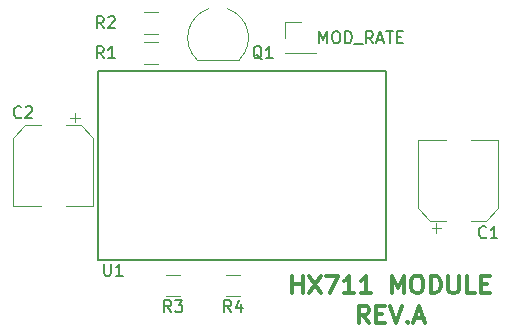
<source format=gbr>
G04 #@! TF.GenerationSoftware,KiCad,Pcbnew,5.1.5-52549c5~84~ubuntu18.04.1*
G04 #@! TF.CreationDate,2020-03-18T13:38:27+01:00*
G04 #@! TF.ProjectId,pcb_loadcell-dev-hx711,7063625f-6c6f-4616-9463-656c6c2d6465,rev?*
G04 #@! TF.SameCoordinates,Original*
G04 #@! TF.FileFunction,Legend,Top*
G04 #@! TF.FilePolarity,Positive*
%FSLAX46Y46*%
G04 Gerber Fmt 4.6, Leading zero omitted, Abs format (unit mm)*
G04 Created by KiCad (PCBNEW 5.1.5-52549c5~84~ubuntu18.04.1) date 2020-03-18 13:38:27*
%MOMM*%
%LPD*%
G04 APERTURE LIST*
%ADD10C,0.300000*%
%ADD11C,0.150000*%
%ADD12C,0.120000*%
G04 APERTURE END LIST*
D10*
X76247857Y-104183571D02*
X75747857Y-103469285D01*
X75390714Y-104183571D02*
X75390714Y-102683571D01*
X75962142Y-102683571D01*
X76105000Y-102755000D01*
X76176428Y-102826428D01*
X76247857Y-102969285D01*
X76247857Y-103183571D01*
X76176428Y-103326428D01*
X76105000Y-103397857D01*
X75962142Y-103469285D01*
X75390714Y-103469285D01*
X76890714Y-103397857D02*
X77390714Y-103397857D01*
X77605000Y-104183571D02*
X76890714Y-104183571D01*
X76890714Y-102683571D01*
X77605000Y-102683571D01*
X78033571Y-102683571D02*
X78533571Y-104183571D01*
X79033571Y-102683571D01*
X79533571Y-104040714D02*
X79605000Y-104112142D01*
X79533571Y-104183571D01*
X79462142Y-104112142D01*
X79533571Y-104040714D01*
X79533571Y-104183571D01*
X80176428Y-103755000D02*
X80890714Y-103755000D01*
X80033571Y-104183571D02*
X80533571Y-102683571D01*
X81033571Y-104183571D01*
X69783571Y-101643571D02*
X69783571Y-100143571D01*
X69783571Y-100857857D02*
X70640714Y-100857857D01*
X70640714Y-101643571D02*
X70640714Y-100143571D01*
X71212142Y-100143571D02*
X72212142Y-101643571D01*
X72212142Y-100143571D02*
X71212142Y-101643571D01*
X72640714Y-100143571D02*
X73640714Y-100143571D01*
X72997857Y-101643571D01*
X74997857Y-101643571D02*
X74140714Y-101643571D01*
X74569285Y-101643571D02*
X74569285Y-100143571D01*
X74426428Y-100357857D01*
X74283571Y-100500714D01*
X74140714Y-100572142D01*
X76426428Y-101643571D02*
X75569285Y-101643571D01*
X75997857Y-101643571D02*
X75997857Y-100143571D01*
X75855000Y-100357857D01*
X75712142Y-100500714D01*
X75569285Y-100572142D01*
X78212142Y-101643571D02*
X78212142Y-100143571D01*
X78712142Y-101215000D01*
X79212142Y-100143571D01*
X79212142Y-101643571D01*
X80212142Y-100143571D02*
X80497857Y-100143571D01*
X80640714Y-100215000D01*
X80783571Y-100357857D01*
X80855000Y-100643571D01*
X80855000Y-101143571D01*
X80783571Y-101429285D01*
X80640714Y-101572142D01*
X80497857Y-101643571D01*
X80212142Y-101643571D01*
X80069285Y-101572142D01*
X79926428Y-101429285D01*
X79855000Y-101143571D01*
X79855000Y-100643571D01*
X79926428Y-100357857D01*
X80069285Y-100215000D01*
X80212142Y-100143571D01*
X81497857Y-101643571D02*
X81497857Y-100143571D01*
X81855000Y-100143571D01*
X82069285Y-100215000D01*
X82212142Y-100357857D01*
X82283571Y-100500714D01*
X82355000Y-100786428D01*
X82355000Y-101000714D01*
X82283571Y-101286428D01*
X82212142Y-101429285D01*
X82069285Y-101572142D01*
X81855000Y-101643571D01*
X81497857Y-101643571D01*
X82997857Y-100143571D02*
X82997857Y-101357857D01*
X83069285Y-101500714D01*
X83140714Y-101572142D01*
X83283571Y-101643571D01*
X83569285Y-101643571D01*
X83712142Y-101572142D01*
X83783571Y-101500714D01*
X83855000Y-101357857D01*
X83855000Y-100143571D01*
X85283571Y-101643571D02*
X84569285Y-101643571D01*
X84569285Y-100143571D01*
X85783571Y-100857857D02*
X86283571Y-100857857D01*
X86497857Y-101643571D02*
X85783571Y-101643571D01*
X85783571Y-100143571D01*
X86497857Y-100143571D01*
D11*
X77737000Y-82805000D02*
X53325000Y-82805000D01*
X53325000Y-98805000D02*
X53325000Y-82805000D01*
X77737000Y-98805000D02*
X77737000Y-82805000D01*
X77737000Y-98805000D02*
X53325000Y-98805000D01*
D12*
X65372064Y-100055000D02*
X64167936Y-100055000D01*
X65372064Y-101875000D02*
X64167936Y-101875000D01*
X60292064Y-100055000D02*
X59087936Y-100055000D01*
X60292064Y-101875000D02*
X59087936Y-101875000D01*
X57182936Y-79650000D02*
X58387064Y-79650000D01*
X57182936Y-77830000D02*
X58387064Y-77830000D01*
X58387064Y-80370000D02*
X57182936Y-80370000D01*
X58387064Y-82190000D02*
X57182936Y-82190000D01*
X65308445Y-81837684D02*
G75*
G03X64280000Y-77560000I-1808445J1827684D01*
G01*
X61688125Y-81851741D02*
G75*
G02X62680000Y-77560000I1811875J1841741D01*
G01*
X61700000Y-81860000D02*
X65300000Y-81860000D01*
X69155000Y-78680000D02*
X70485000Y-78680000D01*
X69155000Y-80010000D02*
X69155000Y-78680000D01*
X69155000Y-81280000D02*
X71815000Y-81280000D01*
X71815000Y-81280000D02*
X71815000Y-81340000D01*
X69155000Y-81280000D02*
X69155000Y-81340000D01*
X69155000Y-81340000D02*
X71815000Y-81340000D01*
X51771250Y-86761250D02*
X50983750Y-86761250D01*
X51377500Y-86367500D02*
X51377500Y-87155000D01*
X47184437Y-87395000D02*
X46120000Y-88459437D01*
X51875563Y-87395000D02*
X52940000Y-88459437D01*
X51875563Y-87395000D02*
X50590000Y-87395000D01*
X47184437Y-87395000D02*
X48470000Y-87395000D01*
X46120000Y-88459437D02*
X46120000Y-94215000D01*
X52940000Y-88459437D02*
X52940000Y-94215000D01*
X52940000Y-94215000D02*
X50590000Y-94215000D01*
X46120000Y-94215000D02*
X48470000Y-94215000D01*
X81578750Y-96118750D02*
X82366250Y-96118750D01*
X81972500Y-96512500D02*
X81972500Y-95725000D01*
X86165563Y-95485000D02*
X87230000Y-94420563D01*
X81474437Y-95485000D02*
X80410000Y-94420563D01*
X81474437Y-95485000D02*
X82760000Y-95485000D01*
X86165563Y-95485000D02*
X84880000Y-95485000D01*
X87230000Y-94420563D02*
X87230000Y-88665000D01*
X80410000Y-94420563D02*
X80410000Y-88665000D01*
X80410000Y-88665000D02*
X82760000Y-88665000D01*
X87230000Y-88665000D02*
X84880000Y-88665000D01*
D11*
X53848095Y-99147380D02*
X53848095Y-99956904D01*
X53895714Y-100052142D01*
X53943333Y-100099761D01*
X54038571Y-100147380D01*
X54229047Y-100147380D01*
X54324285Y-100099761D01*
X54371904Y-100052142D01*
X54419523Y-99956904D01*
X54419523Y-99147380D01*
X55419523Y-100147380D02*
X54848095Y-100147380D01*
X55133809Y-100147380D02*
X55133809Y-99147380D01*
X55038571Y-99290238D01*
X54943333Y-99385476D01*
X54848095Y-99433095D01*
X64603333Y-103237380D02*
X64270000Y-102761190D01*
X64031904Y-103237380D02*
X64031904Y-102237380D01*
X64412857Y-102237380D01*
X64508095Y-102285000D01*
X64555714Y-102332619D01*
X64603333Y-102427857D01*
X64603333Y-102570714D01*
X64555714Y-102665952D01*
X64508095Y-102713571D01*
X64412857Y-102761190D01*
X64031904Y-102761190D01*
X65460476Y-102570714D02*
X65460476Y-103237380D01*
X65222380Y-102189761D02*
X64984285Y-102904047D01*
X65603333Y-102904047D01*
X59523333Y-103237380D02*
X59190000Y-102761190D01*
X58951904Y-103237380D02*
X58951904Y-102237380D01*
X59332857Y-102237380D01*
X59428095Y-102285000D01*
X59475714Y-102332619D01*
X59523333Y-102427857D01*
X59523333Y-102570714D01*
X59475714Y-102665952D01*
X59428095Y-102713571D01*
X59332857Y-102761190D01*
X58951904Y-102761190D01*
X59856666Y-102237380D02*
X60475714Y-102237380D01*
X60142380Y-102618333D01*
X60285238Y-102618333D01*
X60380476Y-102665952D01*
X60428095Y-102713571D01*
X60475714Y-102808809D01*
X60475714Y-103046904D01*
X60428095Y-103142142D01*
X60380476Y-103189761D01*
X60285238Y-103237380D01*
X59999523Y-103237380D01*
X59904285Y-103189761D01*
X59856666Y-103142142D01*
X53808333Y-79192380D02*
X53475000Y-78716190D01*
X53236904Y-79192380D02*
X53236904Y-78192380D01*
X53617857Y-78192380D01*
X53713095Y-78240000D01*
X53760714Y-78287619D01*
X53808333Y-78382857D01*
X53808333Y-78525714D01*
X53760714Y-78620952D01*
X53713095Y-78668571D01*
X53617857Y-78716190D01*
X53236904Y-78716190D01*
X54189285Y-78287619D02*
X54236904Y-78240000D01*
X54332142Y-78192380D01*
X54570238Y-78192380D01*
X54665476Y-78240000D01*
X54713095Y-78287619D01*
X54760714Y-78382857D01*
X54760714Y-78478095D01*
X54713095Y-78620952D01*
X54141666Y-79192380D01*
X54760714Y-79192380D01*
X53808333Y-81732380D02*
X53475000Y-81256190D01*
X53236904Y-81732380D02*
X53236904Y-80732380D01*
X53617857Y-80732380D01*
X53713095Y-80780000D01*
X53760714Y-80827619D01*
X53808333Y-80922857D01*
X53808333Y-81065714D01*
X53760714Y-81160952D01*
X53713095Y-81208571D01*
X53617857Y-81256190D01*
X53236904Y-81256190D01*
X54760714Y-81732380D02*
X54189285Y-81732380D01*
X54475000Y-81732380D02*
X54475000Y-80732380D01*
X54379761Y-80875238D01*
X54284523Y-80970476D01*
X54189285Y-81018095D01*
X67214761Y-81827619D02*
X67119523Y-81780000D01*
X67024285Y-81684761D01*
X66881428Y-81541904D01*
X66786190Y-81494285D01*
X66690952Y-81494285D01*
X66738571Y-81732380D02*
X66643333Y-81684761D01*
X66548095Y-81589523D01*
X66500476Y-81399047D01*
X66500476Y-81065714D01*
X66548095Y-80875238D01*
X66643333Y-80780000D01*
X66738571Y-80732380D01*
X66929047Y-80732380D01*
X67024285Y-80780000D01*
X67119523Y-80875238D01*
X67167142Y-81065714D01*
X67167142Y-81399047D01*
X67119523Y-81589523D01*
X67024285Y-81684761D01*
X66929047Y-81732380D01*
X66738571Y-81732380D01*
X68119523Y-81732380D02*
X67548095Y-81732380D01*
X67833809Y-81732380D02*
X67833809Y-80732380D01*
X67738571Y-80875238D01*
X67643333Y-80970476D01*
X67548095Y-81018095D01*
X72065000Y-80462380D02*
X72065000Y-79462380D01*
X72398333Y-80176666D01*
X72731666Y-79462380D01*
X72731666Y-80462380D01*
X73398333Y-79462380D02*
X73588809Y-79462380D01*
X73684047Y-79510000D01*
X73779285Y-79605238D01*
X73826904Y-79795714D01*
X73826904Y-80129047D01*
X73779285Y-80319523D01*
X73684047Y-80414761D01*
X73588809Y-80462380D01*
X73398333Y-80462380D01*
X73303095Y-80414761D01*
X73207857Y-80319523D01*
X73160238Y-80129047D01*
X73160238Y-79795714D01*
X73207857Y-79605238D01*
X73303095Y-79510000D01*
X73398333Y-79462380D01*
X74255476Y-80462380D02*
X74255476Y-79462380D01*
X74493571Y-79462380D01*
X74636428Y-79510000D01*
X74731666Y-79605238D01*
X74779285Y-79700476D01*
X74826904Y-79890952D01*
X74826904Y-80033809D01*
X74779285Y-80224285D01*
X74731666Y-80319523D01*
X74636428Y-80414761D01*
X74493571Y-80462380D01*
X74255476Y-80462380D01*
X75017380Y-80557619D02*
X75779285Y-80557619D01*
X76588809Y-80462380D02*
X76255476Y-79986190D01*
X76017380Y-80462380D02*
X76017380Y-79462380D01*
X76398333Y-79462380D01*
X76493571Y-79510000D01*
X76541190Y-79557619D01*
X76588809Y-79652857D01*
X76588809Y-79795714D01*
X76541190Y-79890952D01*
X76493571Y-79938571D01*
X76398333Y-79986190D01*
X76017380Y-79986190D01*
X76969761Y-80176666D02*
X77445952Y-80176666D01*
X76874523Y-80462380D02*
X77207857Y-79462380D01*
X77541190Y-80462380D01*
X77731666Y-79462380D02*
X78303095Y-79462380D01*
X78017380Y-80462380D02*
X78017380Y-79462380D01*
X78636428Y-79938571D02*
X78969761Y-79938571D01*
X79112619Y-80462380D02*
X78636428Y-80462380D01*
X78636428Y-79462380D01*
X79112619Y-79462380D01*
X46823333Y-86717142D02*
X46775714Y-86764761D01*
X46632857Y-86812380D01*
X46537619Y-86812380D01*
X46394761Y-86764761D01*
X46299523Y-86669523D01*
X46251904Y-86574285D01*
X46204285Y-86383809D01*
X46204285Y-86240952D01*
X46251904Y-86050476D01*
X46299523Y-85955238D01*
X46394761Y-85860000D01*
X46537619Y-85812380D01*
X46632857Y-85812380D01*
X46775714Y-85860000D01*
X46823333Y-85907619D01*
X47204285Y-85907619D02*
X47251904Y-85860000D01*
X47347142Y-85812380D01*
X47585238Y-85812380D01*
X47680476Y-85860000D01*
X47728095Y-85907619D01*
X47775714Y-86002857D01*
X47775714Y-86098095D01*
X47728095Y-86240952D01*
X47156666Y-86812380D01*
X47775714Y-86812380D01*
X86193333Y-96877142D02*
X86145714Y-96924761D01*
X86002857Y-96972380D01*
X85907619Y-96972380D01*
X85764761Y-96924761D01*
X85669523Y-96829523D01*
X85621904Y-96734285D01*
X85574285Y-96543809D01*
X85574285Y-96400952D01*
X85621904Y-96210476D01*
X85669523Y-96115238D01*
X85764761Y-96020000D01*
X85907619Y-95972380D01*
X86002857Y-95972380D01*
X86145714Y-96020000D01*
X86193333Y-96067619D01*
X87145714Y-96972380D02*
X86574285Y-96972380D01*
X86860000Y-96972380D02*
X86860000Y-95972380D01*
X86764761Y-96115238D01*
X86669523Y-96210476D01*
X86574285Y-96258095D01*
M02*

</source>
